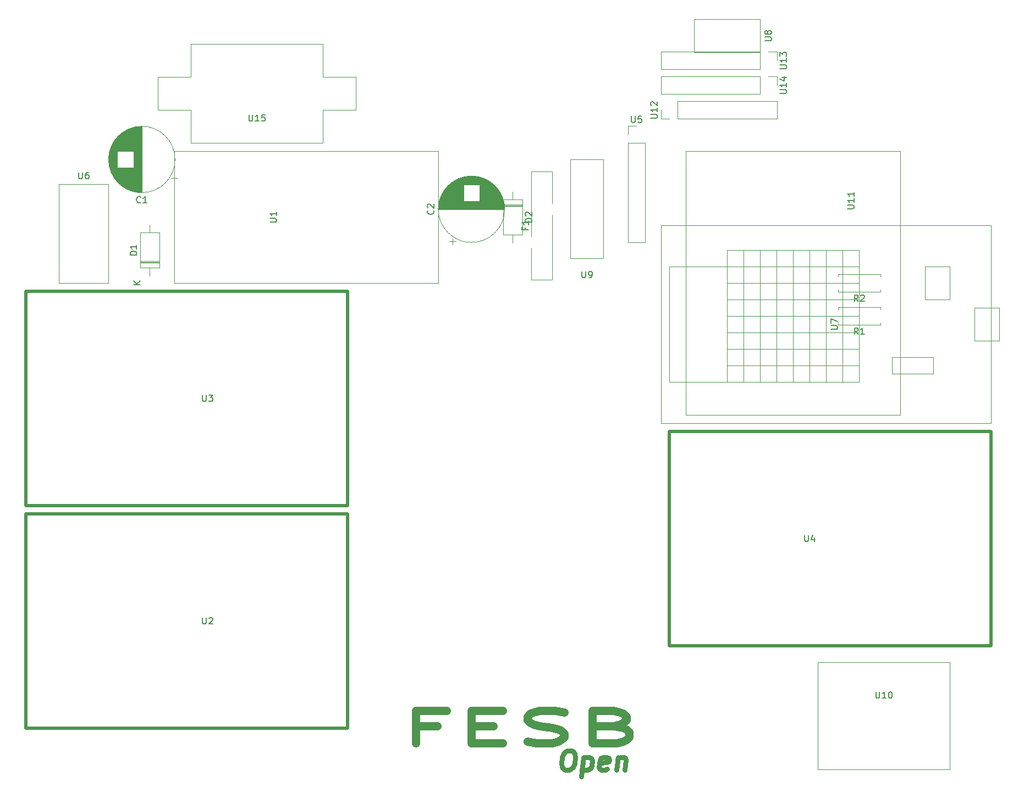
<source format=gbr>
G04 #@! TF.GenerationSoftware,KiCad,Pcbnew,5.1.4-e60b266~84~ubuntu18.04.1*
G04 #@! TF.CreationDate,2019-08-23T00:28:12+02:00*
G04 #@! TF.ProjectId,2020,32303230-2e6b-4696-9361-645f70636258,rev?*
G04 #@! TF.SameCoordinates,Original*
G04 #@! TF.FileFunction,Legend,Top*
G04 #@! TF.FilePolarity,Positive*
%FSLAX46Y46*%
G04 Gerber Fmt 4.6, Leading zero omitted, Abs format (unit mm)*
G04 Created by KiCad (PCBNEW 5.1.4-e60b266~84~ubuntu18.04.1) date 2019-08-23 00:28:12*
%MOMM*%
%LPD*%
G04 APERTURE LIST*
%ADD10C,0.750000*%
%ADD11C,1.250000*%
%ADD12C,0.120000*%
%ADD13C,0.500000*%
%ADD14C,0.150000*%
G04 APERTURE END LIST*
D10*
X106254955Y-129167142D02*
X106826383Y-129167142D01*
X107094241Y-129310000D01*
X107344241Y-129595714D01*
X107415669Y-130167142D01*
X107290669Y-131167142D01*
X107076383Y-131738571D01*
X106754955Y-132024285D01*
X106451383Y-132167142D01*
X105879955Y-132167142D01*
X105612098Y-132024285D01*
X105362098Y-131738571D01*
X105290669Y-131167142D01*
X105415669Y-130167142D01*
X105629955Y-129595714D01*
X105951383Y-129310000D01*
X106254955Y-129167142D01*
X108701383Y-130167142D02*
X108326383Y-133167142D01*
X108683526Y-130310000D02*
X108987098Y-130167142D01*
X109558526Y-130167142D01*
X109826383Y-130310000D01*
X109951383Y-130452857D01*
X110058526Y-130738571D01*
X109951383Y-131595714D01*
X109772812Y-131881428D01*
X109612098Y-132024285D01*
X109308526Y-132167142D01*
X108737098Y-132167142D01*
X108469241Y-132024285D01*
X112326383Y-132024285D02*
X112022812Y-132167142D01*
X111451383Y-132167142D01*
X111183526Y-132024285D01*
X111076383Y-131738571D01*
X111219241Y-130595714D01*
X111397812Y-130310000D01*
X111701383Y-130167142D01*
X112272812Y-130167142D01*
X112540669Y-130310000D01*
X112647812Y-130595714D01*
X112612098Y-130881428D01*
X111147812Y-131167142D01*
X113987098Y-130167142D02*
X113737098Y-132167142D01*
X113951383Y-130452857D02*
X114112098Y-130310000D01*
X114415669Y-130167142D01*
X114844241Y-130167142D01*
X115112098Y-130310000D01*
X115219241Y-130595714D01*
X115022812Y-132167142D01*
D11*
X86202857Y-125372857D02*
X82869523Y-125372857D01*
X82869523Y-127991904D02*
X82869523Y-122991904D01*
X87631428Y-122991904D01*
X91440952Y-125372857D02*
X94774285Y-125372857D01*
X96202857Y-127991904D02*
X91440952Y-127991904D01*
X91440952Y-122991904D01*
X96202857Y-122991904D01*
X100012380Y-127753809D02*
X101440952Y-127991904D01*
X103821904Y-127991904D01*
X104774285Y-127753809D01*
X105250476Y-127515714D01*
X105726666Y-127039523D01*
X105726666Y-126563333D01*
X105250476Y-126087142D01*
X104774285Y-125849047D01*
X103821904Y-125610952D01*
X101917142Y-125372857D01*
X100964761Y-125134761D01*
X100488571Y-124896666D01*
X100012380Y-124420476D01*
X100012380Y-123944285D01*
X100488571Y-123468095D01*
X100964761Y-123230000D01*
X101917142Y-122991904D01*
X104298095Y-122991904D01*
X105726666Y-123230000D01*
X113345714Y-125372857D02*
X114774285Y-125610952D01*
X115250476Y-125849047D01*
X115726666Y-126325238D01*
X115726666Y-127039523D01*
X115250476Y-127515714D01*
X114774285Y-127753809D01*
X113821904Y-127991904D01*
X110012380Y-127991904D01*
X110012380Y-122991904D01*
X113345714Y-122991904D01*
X114298095Y-123230000D01*
X114774285Y-123468095D01*
X115250476Y-123944285D01*
X115250476Y-124420476D01*
X114774285Y-124896666D01*
X114298095Y-125134761D01*
X113345714Y-125372857D01*
X110012380Y-125372857D01*
D12*
X165100000Y-132080000D02*
X165100000Y-115570000D01*
X163830000Y-132080000D02*
X165100000Y-132080000D01*
X144780000Y-132080000D02*
X163830000Y-132080000D01*
X144780000Y-115570000D02*
X144780000Y-132080000D01*
X165100000Y-115570000D02*
X144780000Y-115570000D01*
X120590000Y-31810000D02*
X120590000Y-30480000D01*
X121920000Y-31810000D02*
X120590000Y-31810000D01*
X123190000Y-31810000D02*
X123190000Y-29150000D01*
X123190000Y-29150000D02*
X138490000Y-29150000D01*
X123190000Y-31810000D02*
X138490000Y-31810000D01*
X138490000Y-31810000D02*
X138490000Y-29150000D01*
D13*
X22860000Y-92710000D02*
X22860000Y-125730000D01*
X22860000Y-125730000D02*
X71120000Y-125730000D01*
X71120000Y-125730000D02*
X72390000Y-125730000D01*
X72390000Y-125730000D02*
X72390000Y-92710000D01*
X72390000Y-92710000D02*
X22860000Y-92710000D01*
D12*
X45659646Y-41475000D02*
X45659646Y-40475000D01*
X46159646Y-40975000D02*
X45159646Y-40975000D01*
X35599000Y-38699000D02*
X35599000Y-37501000D01*
X35639000Y-38962000D02*
X35639000Y-37238000D01*
X35679000Y-39162000D02*
X35679000Y-37038000D01*
X35719000Y-39330000D02*
X35719000Y-36870000D01*
X35759000Y-39478000D02*
X35759000Y-36722000D01*
X35799000Y-39610000D02*
X35799000Y-36590000D01*
X35839000Y-39730000D02*
X35839000Y-36470000D01*
X35879000Y-39842000D02*
X35879000Y-36358000D01*
X35919000Y-39946000D02*
X35919000Y-36254000D01*
X35959000Y-40044000D02*
X35959000Y-36156000D01*
X35999000Y-40137000D02*
X35999000Y-36063000D01*
X36039000Y-40225000D02*
X36039000Y-35975000D01*
X36079000Y-40309000D02*
X36079000Y-35891000D01*
X36119000Y-40389000D02*
X36119000Y-35811000D01*
X36159000Y-40465000D02*
X36159000Y-35735000D01*
X36199000Y-40539000D02*
X36199000Y-35661000D01*
X36239000Y-40610000D02*
X36239000Y-35590000D01*
X36279000Y-40679000D02*
X36279000Y-35521000D01*
X36319000Y-40745000D02*
X36319000Y-35455000D01*
X36359000Y-40809000D02*
X36359000Y-35391000D01*
X36399000Y-40870000D02*
X36399000Y-35330000D01*
X36439000Y-40930000D02*
X36439000Y-35270000D01*
X36479000Y-40989000D02*
X36479000Y-35211000D01*
X36519000Y-41045000D02*
X36519000Y-35155000D01*
X36559000Y-41100000D02*
X36559000Y-35100000D01*
X36599000Y-41154000D02*
X36599000Y-35046000D01*
X36639000Y-41206000D02*
X36639000Y-34994000D01*
X36679000Y-41256000D02*
X36679000Y-34944000D01*
X36719000Y-41306000D02*
X36719000Y-34894000D01*
X36759000Y-41354000D02*
X36759000Y-34846000D01*
X36799000Y-41401000D02*
X36799000Y-34799000D01*
X36839000Y-41447000D02*
X36839000Y-34753000D01*
X36879000Y-41492000D02*
X36879000Y-34708000D01*
X36919000Y-41536000D02*
X36919000Y-34664000D01*
X36959000Y-36859000D02*
X36959000Y-34622000D01*
X36959000Y-41578000D02*
X36959000Y-39341000D01*
X36999000Y-36859000D02*
X36999000Y-34580000D01*
X36999000Y-41620000D02*
X36999000Y-39341000D01*
X37039000Y-36859000D02*
X37039000Y-34539000D01*
X37039000Y-41661000D02*
X37039000Y-39341000D01*
X37079000Y-36859000D02*
X37079000Y-34499000D01*
X37079000Y-41701000D02*
X37079000Y-39341000D01*
X37119000Y-36859000D02*
X37119000Y-34460000D01*
X37119000Y-41740000D02*
X37119000Y-39341000D01*
X37159000Y-36859000D02*
X37159000Y-34421000D01*
X37159000Y-41779000D02*
X37159000Y-39341000D01*
X37199000Y-36859000D02*
X37199000Y-34384000D01*
X37199000Y-41816000D02*
X37199000Y-39341000D01*
X37239000Y-36859000D02*
X37239000Y-34347000D01*
X37239000Y-41853000D02*
X37239000Y-39341000D01*
X37279000Y-36859000D02*
X37279000Y-34311000D01*
X37279000Y-41889000D02*
X37279000Y-39341000D01*
X37319000Y-36859000D02*
X37319000Y-34276000D01*
X37319000Y-41924000D02*
X37319000Y-39341000D01*
X37359000Y-36859000D02*
X37359000Y-34242000D01*
X37359000Y-41958000D02*
X37359000Y-39341000D01*
X37399000Y-36859000D02*
X37399000Y-34208000D01*
X37399000Y-41992000D02*
X37399000Y-39341000D01*
X37439000Y-36859000D02*
X37439000Y-34175000D01*
X37439000Y-42025000D02*
X37439000Y-39341000D01*
X37479000Y-36859000D02*
X37479000Y-34143000D01*
X37479000Y-42057000D02*
X37479000Y-39341000D01*
X37519000Y-36859000D02*
X37519000Y-34111000D01*
X37519000Y-42089000D02*
X37519000Y-39341000D01*
X37559000Y-36859000D02*
X37559000Y-34080000D01*
X37559000Y-42120000D02*
X37559000Y-39341000D01*
X37599000Y-36859000D02*
X37599000Y-34050000D01*
X37599000Y-42150000D02*
X37599000Y-39341000D01*
X37639000Y-36859000D02*
X37639000Y-34020000D01*
X37639000Y-42180000D02*
X37639000Y-39341000D01*
X37679000Y-36859000D02*
X37679000Y-33990000D01*
X37679000Y-42210000D02*
X37679000Y-39341000D01*
X37719000Y-36859000D02*
X37719000Y-33962000D01*
X37719000Y-42238000D02*
X37719000Y-39341000D01*
X37759000Y-36859000D02*
X37759000Y-33934000D01*
X37759000Y-42266000D02*
X37759000Y-39341000D01*
X37799000Y-36859000D02*
X37799000Y-33906000D01*
X37799000Y-42294000D02*
X37799000Y-39341000D01*
X37839000Y-36859000D02*
X37839000Y-33879000D01*
X37839000Y-42321000D02*
X37839000Y-39341000D01*
X37879000Y-36859000D02*
X37879000Y-33853000D01*
X37879000Y-42347000D02*
X37879000Y-39341000D01*
X37919000Y-36859000D02*
X37919000Y-33827000D01*
X37919000Y-42373000D02*
X37919000Y-39341000D01*
X37959000Y-36859000D02*
X37959000Y-33802000D01*
X37959000Y-42398000D02*
X37959000Y-39341000D01*
X37999000Y-36859000D02*
X37999000Y-33777000D01*
X37999000Y-42423000D02*
X37999000Y-39341000D01*
X38039000Y-36859000D02*
X38039000Y-33753000D01*
X38039000Y-42447000D02*
X38039000Y-39341000D01*
X38079000Y-36859000D02*
X38079000Y-33729000D01*
X38079000Y-42471000D02*
X38079000Y-39341000D01*
X38119000Y-36859000D02*
X38119000Y-33705000D01*
X38119000Y-42495000D02*
X38119000Y-39341000D01*
X38159000Y-36859000D02*
X38159000Y-33683000D01*
X38159000Y-42517000D02*
X38159000Y-39341000D01*
X38199000Y-36859000D02*
X38199000Y-33660000D01*
X38199000Y-42540000D02*
X38199000Y-39341000D01*
X38239000Y-36859000D02*
X38239000Y-33638000D01*
X38239000Y-42562000D02*
X38239000Y-39341000D01*
X38279000Y-36859000D02*
X38279000Y-33617000D01*
X38279000Y-42583000D02*
X38279000Y-39341000D01*
X38319000Y-36859000D02*
X38319000Y-33596000D01*
X38319000Y-42604000D02*
X38319000Y-39341000D01*
X38359000Y-36859000D02*
X38359000Y-33575000D01*
X38359000Y-42625000D02*
X38359000Y-39341000D01*
X38399000Y-36859000D02*
X38399000Y-33555000D01*
X38399000Y-42645000D02*
X38399000Y-39341000D01*
X38439000Y-36859000D02*
X38439000Y-33536000D01*
X38439000Y-42664000D02*
X38439000Y-39341000D01*
X38479000Y-36859000D02*
X38479000Y-33516000D01*
X38479000Y-42684000D02*
X38479000Y-39341000D01*
X38519000Y-36859000D02*
X38519000Y-33497000D01*
X38519000Y-42703000D02*
X38519000Y-39341000D01*
X38559000Y-36859000D02*
X38559000Y-33479000D01*
X38559000Y-42721000D02*
X38559000Y-39341000D01*
X38599000Y-36859000D02*
X38599000Y-33461000D01*
X38599000Y-42739000D02*
X38599000Y-39341000D01*
X38639000Y-36859000D02*
X38639000Y-33443000D01*
X38639000Y-42757000D02*
X38639000Y-39341000D01*
X38679000Y-36859000D02*
X38679000Y-33426000D01*
X38679000Y-42774000D02*
X38679000Y-39341000D01*
X38719000Y-36859000D02*
X38719000Y-33410000D01*
X38719000Y-42790000D02*
X38719000Y-39341000D01*
X38759000Y-36859000D02*
X38759000Y-33393000D01*
X38759000Y-42807000D02*
X38759000Y-39341000D01*
X38799000Y-36859000D02*
X38799000Y-33377000D01*
X38799000Y-42823000D02*
X38799000Y-39341000D01*
X38839000Y-36859000D02*
X38839000Y-33362000D01*
X38839000Y-42838000D02*
X38839000Y-39341000D01*
X38879000Y-36859000D02*
X38879000Y-33346000D01*
X38879000Y-42854000D02*
X38879000Y-39341000D01*
X38919000Y-36859000D02*
X38919000Y-33332000D01*
X38919000Y-42868000D02*
X38919000Y-39341000D01*
X38959000Y-36859000D02*
X38959000Y-33317000D01*
X38959000Y-42883000D02*
X38959000Y-39341000D01*
X38999000Y-36859000D02*
X38999000Y-33303000D01*
X38999000Y-42897000D02*
X38999000Y-39341000D01*
X39039000Y-36859000D02*
X39039000Y-33289000D01*
X39039000Y-42911000D02*
X39039000Y-39341000D01*
X39079000Y-36859000D02*
X39079000Y-33276000D01*
X39079000Y-42924000D02*
X39079000Y-39341000D01*
X39119000Y-36859000D02*
X39119000Y-33263000D01*
X39119000Y-42937000D02*
X39119000Y-39341000D01*
X39159000Y-36859000D02*
X39159000Y-33250000D01*
X39159000Y-42950000D02*
X39159000Y-39341000D01*
X39199000Y-36859000D02*
X39199000Y-33238000D01*
X39199000Y-42962000D02*
X39199000Y-39341000D01*
X39239000Y-36859000D02*
X39239000Y-33226000D01*
X39239000Y-42974000D02*
X39239000Y-39341000D01*
X39279000Y-36859000D02*
X39279000Y-33215000D01*
X39279000Y-42985000D02*
X39279000Y-39341000D01*
X39319000Y-36859000D02*
X39319000Y-33203000D01*
X39319000Y-42997000D02*
X39319000Y-39341000D01*
X39359000Y-36859000D02*
X39359000Y-33193000D01*
X39359000Y-43007000D02*
X39359000Y-39341000D01*
X39399000Y-36859000D02*
X39399000Y-33182000D01*
X39399000Y-43018000D02*
X39399000Y-39341000D01*
X39439000Y-43028000D02*
X39439000Y-33172000D01*
X39479000Y-43038000D02*
X39479000Y-33162000D01*
X39519000Y-43047000D02*
X39519000Y-33153000D01*
X39559000Y-43056000D02*
X39559000Y-33144000D01*
X39599000Y-43065000D02*
X39599000Y-33135000D01*
X39639000Y-43074000D02*
X39639000Y-33126000D01*
X39679000Y-43082000D02*
X39679000Y-33118000D01*
X39719000Y-43090000D02*
X39719000Y-33110000D01*
X39759000Y-43097000D02*
X39759000Y-33103000D01*
X39799000Y-43104000D02*
X39799000Y-33096000D01*
X39839000Y-43111000D02*
X39839000Y-33089000D01*
X39879000Y-43118000D02*
X39879000Y-33082000D01*
X39919000Y-43124000D02*
X39919000Y-33076000D01*
X39959000Y-43130000D02*
X39959000Y-33070000D01*
X40000000Y-43135000D02*
X40000000Y-33065000D01*
X40040000Y-43140000D02*
X40040000Y-33060000D01*
X40080000Y-43145000D02*
X40080000Y-33055000D01*
X40120000Y-43150000D02*
X40120000Y-33050000D01*
X40160000Y-43154000D02*
X40160000Y-33046000D01*
X40200000Y-43158000D02*
X40200000Y-33042000D01*
X40240000Y-43162000D02*
X40240000Y-33038000D01*
X40280000Y-43165000D02*
X40280000Y-33035000D01*
X40320000Y-43168000D02*
X40320000Y-33032000D01*
X40360000Y-43170000D02*
X40360000Y-33030000D01*
X40400000Y-43173000D02*
X40400000Y-33027000D01*
X40440000Y-43175000D02*
X40440000Y-33025000D01*
X40480000Y-43177000D02*
X40480000Y-33023000D01*
X40520000Y-43178000D02*
X40520000Y-33022000D01*
X40560000Y-43179000D02*
X40560000Y-33021000D01*
X40600000Y-43180000D02*
X40600000Y-33020000D01*
X40640000Y-43180000D02*
X40640000Y-33020000D01*
X40680000Y-43180000D02*
X40680000Y-33020000D01*
X45800000Y-38100000D02*
G75*
G03X45800000Y-38100000I-5120000J0D01*
G01*
X88065000Y-50739646D02*
X89065000Y-50739646D01*
X88565000Y-51239646D02*
X88565000Y-50239646D01*
X90841000Y-40679000D02*
X92039000Y-40679000D01*
X90578000Y-40719000D02*
X92302000Y-40719000D01*
X90378000Y-40759000D02*
X92502000Y-40759000D01*
X90210000Y-40799000D02*
X92670000Y-40799000D01*
X90062000Y-40839000D02*
X92818000Y-40839000D01*
X89930000Y-40879000D02*
X92950000Y-40879000D01*
X89810000Y-40919000D02*
X93070000Y-40919000D01*
X89698000Y-40959000D02*
X93182000Y-40959000D01*
X89594000Y-40999000D02*
X93286000Y-40999000D01*
X89496000Y-41039000D02*
X93384000Y-41039000D01*
X89403000Y-41079000D02*
X93477000Y-41079000D01*
X89315000Y-41119000D02*
X93565000Y-41119000D01*
X89231000Y-41159000D02*
X93649000Y-41159000D01*
X89151000Y-41199000D02*
X93729000Y-41199000D01*
X89075000Y-41239000D02*
X93805000Y-41239000D01*
X89001000Y-41279000D02*
X93879000Y-41279000D01*
X88930000Y-41319000D02*
X93950000Y-41319000D01*
X88861000Y-41359000D02*
X94019000Y-41359000D01*
X88795000Y-41399000D02*
X94085000Y-41399000D01*
X88731000Y-41439000D02*
X94149000Y-41439000D01*
X88670000Y-41479000D02*
X94210000Y-41479000D01*
X88610000Y-41519000D02*
X94270000Y-41519000D01*
X88551000Y-41559000D02*
X94329000Y-41559000D01*
X88495000Y-41599000D02*
X94385000Y-41599000D01*
X88440000Y-41639000D02*
X94440000Y-41639000D01*
X88386000Y-41679000D02*
X94494000Y-41679000D01*
X88334000Y-41719000D02*
X94546000Y-41719000D01*
X88284000Y-41759000D02*
X94596000Y-41759000D01*
X88234000Y-41799000D02*
X94646000Y-41799000D01*
X88186000Y-41839000D02*
X94694000Y-41839000D01*
X88139000Y-41879000D02*
X94741000Y-41879000D01*
X88093000Y-41919000D02*
X94787000Y-41919000D01*
X88048000Y-41959000D02*
X94832000Y-41959000D01*
X88004000Y-41999000D02*
X94876000Y-41999000D01*
X92681000Y-42039000D02*
X94918000Y-42039000D01*
X87962000Y-42039000D02*
X90199000Y-42039000D01*
X92681000Y-42079000D02*
X94960000Y-42079000D01*
X87920000Y-42079000D02*
X90199000Y-42079000D01*
X92681000Y-42119000D02*
X95001000Y-42119000D01*
X87879000Y-42119000D02*
X90199000Y-42119000D01*
X92681000Y-42159000D02*
X95041000Y-42159000D01*
X87839000Y-42159000D02*
X90199000Y-42159000D01*
X92681000Y-42199000D02*
X95080000Y-42199000D01*
X87800000Y-42199000D02*
X90199000Y-42199000D01*
X92681000Y-42239000D02*
X95119000Y-42239000D01*
X87761000Y-42239000D02*
X90199000Y-42239000D01*
X92681000Y-42279000D02*
X95156000Y-42279000D01*
X87724000Y-42279000D02*
X90199000Y-42279000D01*
X92681000Y-42319000D02*
X95193000Y-42319000D01*
X87687000Y-42319000D02*
X90199000Y-42319000D01*
X92681000Y-42359000D02*
X95229000Y-42359000D01*
X87651000Y-42359000D02*
X90199000Y-42359000D01*
X92681000Y-42399000D02*
X95264000Y-42399000D01*
X87616000Y-42399000D02*
X90199000Y-42399000D01*
X92681000Y-42439000D02*
X95298000Y-42439000D01*
X87582000Y-42439000D02*
X90199000Y-42439000D01*
X92681000Y-42479000D02*
X95332000Y-42479000D01*
X87548000Y-42479000D02*
X90199000Y-42479000D01*
X92681000Y-42519000D02*
X95365000Y-42519000D01*
X87515000Y-42519000D02*
X90199000Y-42519000D01*
X92681000Y-42559000D02*
X95397000Y-42559000D01*
X87483000Y-42559000D02*
X90199000Y-42559000D01*
X92681000Y-42599000D02*
X95429000Y-42599000D01*
X87451000Y-42599000D02*
X90199000Y-42599000D01*
X92681000Y-42639000D02*
X95460000Y-42639000D01*
X87420000Y-42639000D02*
X90199000Y-42639000D01*
X92681000Y-42679000D02*
X95490000Y-42679000D01*
X87390000Y-42679000D02*
X90199000Y-42679000D01*
X92681000Y-42719000D02*
X95520000Y-42719000D01*
X87360000Y-42719000D02*
X90199000Y-42719000D01*
X92681000Y-42759000D02*
X95550000Y-42759000D01*
X87330000Y-42759000D02*
X90199000Y-42759000D01*
X92681000Y-42799000D02*
X95578000Y-42799000D01*
X87302000Y-42799000D02*
X90199000Y-42799000D01*
X92681000Y-42839000D02*
X95606000Y-42839000D01*
X87274000Y-42839000D02*
X90199000Y-42839000D01*
X92681000Y-42879000D02*
X95634000Y-42879000D01*
X87246000Y-42879000D02*
X90199000Y-42879000D01*
X92681000Y-42919000D02*
X95661000Y-42919000D01*
X87219000Y-42919000D02*
X90199000Y-42919000D01*
X92681000Y-42959000D02*
X95687000Y-42959000D01*
X87193000Y-42959000D02*
X90199000Y-42959000D01*
X92681000Y-42999000D02*
X95713000Y-42999000D01*
X87167000Y-42999000D02*
X90199000Y-42999000D01*
X92681000Y-43039000D02*
X95738000Y-43039000D01*
X87142000Y-43039000D02*
X90199000Y-43039000D01*
X92681000Y-43079000D02*
X95763000Y-43079000D01*
X87117000Y-43079000D02*
X90199000Y-43079000D01*
X92681000Y-43119000D02*
X95787000Y-43119000D01*
X87093000Y-43119000D02*
X90199000Y-43119000D01*
X92681000Y-43159000D02*
X95811000Y-43159000D01*
X87069000Y-43159000D02*
X90199000Y-43159000D01*
X92681000Y-43199000D02*
X95835000Y-43199000D01*
X87045000Y-43199000D02*
X90199000Y-43199000D01*
X92681000Y-43239000D02*
X95857000Y-43239000D01*
X87023000Y-43239000D02*
X90199000Y-43239000D01*
X92681000Y-43279000D02*
X95880000Y-43279000D01*
X87000000Y-43279000D02*
X90199000Y-43279000D01*
X92681000Y-43319000D02*
X95902000Y-43319000D01*
X86978000Y-43319000D02*
X90199000Y-43319000D01*
X92681000Y-43359000D02*
X95923000Y-43359000D01*
X86957000Y-43359000D02*
X90199000Y-43359000D01*
X92681000Y-43399000D02*
X95944000Y-43399000D01*
X86936000Y-43399000D02*
X90199000Y-43399000D01*
X92681000Y-43439000D02*
X95965000Y-43439000D01*
X86915000Y-43439000D02*
X90199000Y-43439000D01*
X92681000Y-43479000D02*
X95985000Y-43479000D01*
X86895000Y-43479000D02*
X90199000Y-43479000D01*
X92681000Y-43519000D02*
X96004000Y-43519000D01*
X86876000Y-43519000D02*
X90199000Y-43519000D01*
X92681000Y-43559000D02*
X96024000Y-43559000D01*
X86856000Y-43559000D02*
X90199000Y-43559000D01*
X92681000Y-43599000D02*
X96043000Y-43599000D01*
X86837000Y-43599000D02*
X90199000Y-43599000D01*
X92681000Y-43639000D02*
X96061000Y-43639000D01*
X86819000Y-43639000D02*
X90199000Y-43639000D01*
X92681000Y-43679000D02*
X96079000Y-43679000D01*
X86801000Y-43679000D02*
X90199000Y-43679000D01*
X92681000Y-43719000D02*
X96097000Y-43719000D01*
X86783000Y-43719000D02*
X90199000Y-43719000D01*
X92681000Y-43759000D02*
X96114000Y-43759000D01*
X86766000Y-43759000D02*
X90199000Y-43759000D01*
X92681000Y-43799000D02*
X96130000Y-43799000D01*
X86750000Y-43799000D02*
X90199000Y-43799000D01*
X92681000Y-43839000D02*
X96147000Y-43839000D01*
X86733000Y-43839000D02*
X90199000Y-43839000D01*
X92681000Y-43879000D02*
X96163000Y-43879000D01*
X86717000Y-43879000D02*
X90199000Y-43879000D01*
X92681000Y-43919000D02*
X96178000Y-43919000D01*
X86702000Y-43919000D02*
X90199000Y-43919000D01*
X92681000Y-43959000D02*
X96194000Y-43959000D01*
X86686000Y-43959000D02*
X90199000Y-43959000D01*
X92681000Y-43999000D02*
X96208000Y-43999000D01*
X86672000Y-43999000D02*
X90199000Y-43999000D01*
X92681000Y-44039000D02*
X96223000Y-44039000D01*
X86657000Y-44039000D02*
X90199000Y-44039000D01*
X92681000Y-44079000D02*
X96237000Y-44079000D01*
X86643000Y-44079000D02*
X90199000Y-44079000D01*
X92681000Y-44119000D02*
X96251000Y-44119000D01*
X86629000Y-44119000D02*
X90199000Y-44119000D01*
X92681000Y-44159000D02*
X96264000Y-44159000D01*
X86616000Y-44159000D02*
X90199000Y-44159000D01*
X92681000Y-44199000D02*
X96277000Y-44199000D01*
X86603000Y-44199000D02*
X90199000Y-44199000D01*
X92681000Y-44239000D02*
X96290000Y-44239000D01*
X86590000Y-44239000D02*
X90199000Y-44239000D01*
X92681000Y-44279000D02*
X96302000Y-44279000D01*
X86578000Y-44279000D02*
X90199000Y-44279000D01*
X92681000Y-44319000D02*
X96314000Y-44319000D01*
X86566000Y-44319000D02*
X90199000Y-44319000D01*
X92681000Y-44359000D02*
X96325000Y-44359000D01*
X86555000Y-44359000D02*
X90199000Y-44359000D01*
X92681000Y-44399000D02*
X96337000Y-44399000D01*
X86543000Y-44399000D02*
X90199000Y-44399000D01*
X92681000Y-44439000D02*
X96347000Y-44439000D01*
X86533000Y-44439000D02*
X90199000Y-44439000D01*
X92681000Y-44479000D02*
X96358000Y-44479000D01*
X86522000Y-44479000D02*
X90199000Y-44479000D01*
X86512000Y-44519000D02*
X96368000Y-44519000D01*
X86502000Y-44559000D02*
X96378000Y-44559000D01*
X86493000Y-44599000D02*
X96387000Y-44599000D01*
X86484000Y-44639000D02*
X96396000Y-44639000D01*
X86475000Y-44679000D02*
X96405000Y-44679000D01*
X86466000Y-44719000D02*
X96414000Y-44719000D01*
X86458000Y-44759000D02*
X96422000Y-44759000D01*
X86450000Y-44799000D02*
X96430000Y-44799000D01*
X86443000Y-44839000D02*
X96437000Y-44839000D01*
X86436000Y-44879000D02*
X96444000Y-44879000D01*
X86429000Y-44919000D02*
X96451000Y-44919000D01*
X86422000Y-44959000D02*
X96458000Y-44959000D01*
X86416000Y-44999000D02*
X96464000Y-44999000D01*
X86410000Y-45039000D02*
X96470000Y-45039000D01*
X86405000Y-45080000D02*
X96475000Y-45080000D01*
X86400000Y-45120000D02*
X96480000Y-45120000D01*
X86395000Y-45160000D02*
X96485000Y-45160000D01*
X86390000Y-45200000D02*
X96490000Y-45200000D01*
X86386000Y-45240000D02*
X96494000Y-45240000D01*
X86382000Y-45280000D02*
X96498000Y-45280000D01*
X86378000Y-45320000D02*
X96502000Y-45320000D01*
X86375000Y-45360000D02*
X96505000Y-45360000D01*
X86372000Y-45400000D02*
X96508000Y-45400000D01*
X86370000Y-45440000D02*
X96510000Y-45440000D01*
X86367000Y-45480000D02*
X96513000Y-45480000D01*
X86365000Y-45520000D02*
X96515000Y-45520000D01*
X86363000Y-45560000D02*
X96517000Y-45560000D01*
X86362000Y-45600000D02*
X96518000Y-45600000D01*
X86361000Y-45640000D02*
X96519000Y-45640000D01*
X86360000Y-45680000D02*
X96520000Y-45680000D01*
X86360000Y-45720000D02*
X96520000Y-45720000D01*
X86360000Y-45760000D02*
X96520000Y-45760000D01*
X96560000Y-45760000D02*
G75*
G03X96560000Y-45760000I-5120000J0D01*
G01*
X40440000Y-54010000D02*
X43380000Y-54010000D01*
X40440000Y-53770000D02*
X43380000Y-53770000D01*
X40440000Y-53890000D02*
X43380000Y-53890000D01*
X41910000Y-48130000D02*
X41910000Y-49350000D01*
X41910000Y-56010000D02*
X41910000Y-54790000D01*
X40440000Y-49350000D02*
X40440000Y-54790000D01*
X43380000Y-49350000D02*
X40440000Y-49350000D01*
X43380000Y-54790000D02*
X43380000Y-49350000D01*
X40440000Y-54790000D02*
X43380000Y-54790000D01*
X99260000Y-45050000D02*
X96320000Y-45050000D01*
X99260000Y-45290000D02*
X96320000Y-45290000D01*
X99260000Y-45170000D02*
X96320000Y-45170000D01*
X97790000Y-50930000D02*
X97790000Y-49710000D01*
X97790000Y-43050000D02*
X97790000Y-44270000D01*
X99260000Y-49710000D02*
X99260000Y-44270000D01*
X96320000Y-49710000D02*
X99260000Y-49710000D01*
X96320000Y-44270000D02*
X96320000Y-49710000D01*
X99260000Y-44270000D02*
X96320000Y-44270000D01*
X100670000Y-39920000D02*
X103870000Y-39920000D01*
X100670000Y-56620000D02*
X103870000Y-56620000D01*
X103870000Y-44841000D02*
X103870000Y-39920000D01*
X103870000Y-56620000D02*
X103870000Y-46598000D01*
X100670000Y-49941000D02*
X100670000Y-39920000D01*
X100670000Y-56620000D02*
X100670000Y-51699000D01*
X147860000Y-60860000D02*
X147860000Y-61190000D01*
X154400000Y-60860000D02*
X147860000Y-60860000D01*
X154400000Y-61190000D02*
X154400000Y-60860000D01*
X147860000Y-63600000D02*
X147860000Y-63270000D01*
X154400000Y-63600000D02*
X147860000Y-63600000D01*
X154400000Y-63270000D02*
X154400000Y-63600000D01*
X147860000Y-55780000D02*
X147860000Y-56110000D01*
X154400000Y-55780000D02*
X147860000Y-55780000D01*
X154400000Y-56110000D02*
X154400000Y-55780000D01*
X147860000Y-58520000D02*
X147860000Y-58190000D01*
X154400000Y-58520000D02*
X147860000Y-58520000D01*
X154400000Y-58190000D02*
X154400000Y-58520000D01*
X86360000Y-36830000D02*
X45720000Y-36830000D01*
X86360000Y-57150000D02*
X86360000Y-36830000D01*
X45720000Y-57150000D02*
X86360000Y-57150000D01*
X45720000Y-36830000D02*
X45720000Y-57150000D01*
X115510000Y-32960000D02*
X116840000Y-32960000D01*
X115510000Y-34290000D02*
X115510000Y-32960000D01*
X115510000Y-35560000D02*
X118170000Y-35560000D01*
X118170000Y-35560000D02*
X118170000Y-50860000D01*
X115510000Y-35560000D02*
X115510000Y-50860000D01*
X115510000Y-50860000D02*
X118170000Y-50860000D01*
X35560000Y-41910000D02*
X27940000Y-41910000D01*
X35560000Y-57150000D02*
X35560000Y-41910000D01*
X27940000Y-57150000D02*
X35560000Y-57150000D01*
X27940000Y-41910000D02*
X27940000Y-57150000D01*
X171450000Y-48260000D02*
X171450000Y-78740000D01*
X171450000Y-78740000D02*
X120650000Y-78740000D01*
X120650000Y-78740000D02*
X120650000Y-48260000D01*
X120650000Y-48260000D02*
X171450000Y-48260000D01*
X172720000Y-60960000D02*
X168910000Y-60960000D01*
X168910000Y-60960000D02*
X168910000Y-66040000D01*
X168910000Y-66040000D02*
X172720000Y-66040000D01*
X172720000Y-66040000D02*
X172720000Y-60960000D01*
X172720000Y-60960000D02*
X172720000Y-64770000D01*
X140970000Y-54610000D02*
X121920000Y-54610000D01*
X121920000Y-54610000D02*
X121920000Y-72390000D01*
X121920000Y-72390000D02*
X140970000Y-72390000D01*
X140970000Y-72390000D02*
X140970000Y-54610000D01*
X165100000Y-54610000D02*
X161290000Y-54610000D01*
X161290000Y-54610000D02*
X161290000Y-59690000D01*
X161290000Y-59690000D02*
X165100000Y-59690000D01*
X165100000Y-59690000D02*
X165100000Y-54610000D01*
X162560000Y-68580000D02*
X156210000Y-68580000D01*
X156210000Y-68580000D02*
X156210000Y-71120000D01*
X156210000Y-71120000D02*
X162560000Y-71120000D01*
X162560000Y-71120000D02*
X162560000Y-68580000D01*
X133350000Y-72390000D02*
X133350000Y-52070000D01*
X135890000Y-52070000D02*
X135890000Y-72390000D01*
X138430000Y-72390000D02*
X138430000Y-52070000D01*
X140970000Y-52070000D02*
X140970000Y-72390000D01*
X143510000Y-72390000D02*
X143510000Y-52070000D01*
X146050000Y-52070000D02*
X146050000Y-72390000D01*
X148590000Y-72390000D02*
X148590000Y-52070000D01*
X130810000Y-54610000D02*
X151130000Y-54610000D01*
X130810000Y-57150000D02*
X151130000Y-57150000D01*
X130810000Y-59690000D02*
X151130000Y-59690000D01*
X130810000Y-62230000D02*
X151130000Y-62230000D01*
X130810000Y-64770000D02*
X151130000Y-64770000D01*
X130810000Y-67310000D02*
X151130000Y-67310000D01*
X130810000Y-69850000D02*
X151130000Y-69850000D01*
X130810000Y-52070000D02*
X130810000Y-72390000D01*
X151130000Y-52070000D02*
X130810000Y-52070000D01*
X151130000Y-72390000D02*
X151130000Y-52070000D01*
X130810000Y-72390000D02*
X151130000Y-72390000D01*
X124460000Y-36830000D02*
X125730000Y-36830000D01*
X124460000Y-77470000D02*
X124460000Y-36830000D01*
X125730000Y-77470000D02*
X124460000Y-77470000D01*
X157480000Y-36830000D02*
X125730000Y-36830000D01*
X157480000Y-77470000D02*
X157480000Y-36830000D01*
X125730000Y-77470000D02*
X157480000Y-77470000D01*
X138490000Y-21530000D02*
X138490000Y-22860000D01*
X137160000Y-21530000D02*
X138490000Y-21530000D01*
X135890000Y-21530000D02*
X135890000Y-24190000D01*
X135890000Y-24190000D02*
X120590000Y-24190000D01*
X135890000Y-21530000D02*
X120590000Y-21530000D01*
X120590000Y-21530000D02*
X120590000Y-24190000D01*
X138490000Y-25340000D02*
X138490000Y-26670000D01*
X137160000Y-25340000D02*
X138490000Y-25340000D01*
X135890000Y-25340000D02*
X135890000Y-28000000D01*
X135890000Y-28000000D02*
X120590000Y-28000000D01*
X135890000Y-25340000D02*
X120590000Y-25340000D01*
X120590000Y-25340000D02*
X120590000Y-28000000D01*
X43180000Y-25400000D02*
X43180000Y-30480000D01*
X43180000Y-30480000D02*
X48260000Y-30480000D01*
X48260000Y-30480000D02*
X48260000Y-35560000D01*
X48260000Y-35560000D02*
X68580000Y-35560000D01*
X68580000Y-35560000D02*
X68580000Y-30480000D01*
X73660000Y-29210000D02*
X73660000Y-25400000D01*
X73660000Y-25400000D02*
X68580000Y-25400000D01*
X68580000Y-25400000D02*
X68580000Y-21590000D01*
X68580000Y-21590000D02*
X68580000Y-20320000D01*
X68580000Y-20320000D02*
X48260000Y-20320000D01*
X48260000Y-20320000D02*
X48260000Y-25400000D01*
X48260000Y-25400000D02*
X43180000Y-25400000D01*
X73660000Y-29210000D02*
X73660000Y-30480000D01*
X73660000Y-30480000D02*
X68580000Y-30480000D01*
D13*
X22860000Y-58420000D02*
X22860000Y-91440000D01*
X22860000Y-91440000D02*
X71120000Y-91440000D01*
X71120000Y-91440000D02*
X72390000Y-91440000D01*
X72390000Y-91440000D02*
X72390000Y-58420000D01*
X72390000Y-58420000D02*
X22860000Y-58420000D01*
X171450000Y-113030000D02*
X171450000Y-80010000D01*
X171450000Y-80010000D02*
X123190000Y-80010000D01*
X123190000Y-80010000D02*
X121920000Y-80010000D01*
X121920000Y-80010000D02*
X121920000Y-113030000D01*
X121920000Y-113030000D02*
X171450000Y-113030000D01*
D12*
X125730000Y-21590000D02*
X135890000Y-21590000D01*
X135890000Y-21590000D02*
X135890000Y-16510000D01*
X135890000Y-16510000D02*
X125730000Y-16510000D01*
X125730000Y-16510000D02*
X125730000Y-21590000D01*
X111760000Y-53340000D02*
X111760000Y-48260000D01*
X106680000Y-53340000D02*
X111760000Y-53340000D01*
X106680000Y-48260000D02*
X106680000Y-53340000D01*
X111760000Y-38100000D02*
X106680000Y-38100000D01*
X111760000Y-48260000D02*
X111760000Y-38100000D01*
X106680000Y-38100000D02*
X106680000Y-48260000D01*
D14*
X153701904Y-120102380D02*
X153701904Y-120911904D01*
X153749523Y-121007142D01*
X153797142Y-121054761D01*
X153892380Y-121102380D01*
X154082857Y-121102380D01*
X154178095Y-121054761D01*
X154225714Y-121007142D01*
X154273333Y-120911904D01*
X154273333Y-120102380D01*
X155273333Y-121102380D02*
X154701904Y-121102380D01*
X154987619Y-121102380D02*
X154987619Y-120102380D01*
X154892380Y-120245238D01*
X154797142Y-120340476D01*
X154701904Y-120388095D01*
X155892380Y-120102380D02*
X155987619Y-120102380D01*
X156082857Y-120150000D01*
X156130476Y-120197619D01*
X156178095Y-120292857D01*
X156225714Y-120483333D01*
X156225714Y-120721428D01*
X156178095Y-120911904D01*
X156130476Y-121007142D01*
X156082857Y-121054761D01*
X155987619Y-121102380D01*
X155892380Y-121102380D01*
X155797142Y-121054761D01*
X155749523Y-121007142D01*
X155701904Y-120911904D01*
X155654285Y-120721428D01*
X155654285Y-120483333D01*
X155701904Y-120292857D01*
X155749523Y-120197619D01*
X155797142Y-120150000D01*
X155892380Y-120102380D01*
X119042380Y-31718095D02*
X119851904Y-31718095D01*
X119947142Y-31670476D01*
X119994761Y-31622857D01*
X120042380Y-31527619D01*
X120042380Y-31337142D01*
X119994761Y-31241904D01*
X119947142Y-31194285D01*
X119851904Y-31146666D01*
X119042380Y-31146666D01*
X120042380Y-30146666D02*
X120042380Y-30718095D01*
X120042380Y-30432380D02*
X119042380Y-30432380D01*
X119185238Y-30527619D01*
X119280476Y-30622857D01*
X119328095Y-30718095D01*
X119137619Y-29765714D02*
X119090000Y-29718095D01*
X119042380Y-29622857D01*
X119042380Y-29384761D01*
X119090000Y-29289523D01*
X119137619Y-29241904D01*
X119232857Y-29194285D01*
X119328095Y-29194285D01*
X119470952Y-29241904D01*
X120042380Y-29813333D01*
X120042380Y-29194285D01*
X50038095Y-108672380D02*
X50038095Y-109481904D01*
X50085714Y-109577142D01*
X50133333Y-109624761D01*
X50228571Y-109672380D01*
X50419047Y-109672380D01*
X50514285Y-109624761D01*
X50561904Y-109577142D01*
X50609523Y-109481904D01*
X50609523Y-108672380D01*
X51038095Y-108767619D02*
X51085714Y-108720000D01*
X51180952Y-108672380D01*
X51419047Y-108672380D01*
X51514285Y-108720000D01*
X51561904Y-108767619D01*
X51609523Y-108862857D01*
X51609523Y-108958095D01*
X51561904Y-109100952D01*
X50990476Y-109672380D01*
X51609523Y-109672380D01*
X40513333Y-44707142D02*
X40465714Y-44754761D01*
X40322857Y-44802380D01*
X40227619Y-44802380D01*
X40084761Y-44754761D01*
X39989523Y-44659523D01*
X39941904Y-44564285D01*
X39894285Y-44373809D01*
X39894285Y-44230952D01*
X39941904Y-44040476D01*
X39989523Y-43945238D01*
X40084761Y-43850000D01*
X40227619Y-43802380D01*
X40322857Y-43802380D01*
X40465714Y-43850000D01*
X40513333Y-43897619D01*
X41465714Y-44802380D02*
X40894285Y-44802380D01*
X41180000Y-44802380D02*
X41180000Y-43802380D01*
X41084761Y-43945238D01*
X40989523Y-44040476D01*
X40894285Y-44088095D01*
X85547142Y-45926666D02*
X85594761Y-45974285D01*
X85642380Y-46117142D01*
X85642380Y-46212380D01*
X85594761Y-46355238D01*
X85499523Y-46450476D01*
X85404285Y-46498095D01*
X85213809Y-46545714D01*
X85070952Y-46545714D01*
X84880476Y-46498095D01*
X84785238Y-46450476D01*
X84690000Y-46355238D01*
X84642380Y-46212380D01*
X84642380Y-46117142D01*
X84690000Y-45974285D01*
X84737619Y-45926666D01*
X84737619Y-45545714D02*
X84690000Y-45498095D01*
X84642380Y-45402857D01*
X84642380Y-45164761D01*
X84690000Y-45069523D01*
X84737619Y-45021904D01*
X84832857Y-44974285D01*
X84928095Y-44974285D01*
X85070952Y-45021904D01*
X85642380Y-45593333D01*
X85642380Y-44974285D01*
X39892380Y-52808095D02*
X38892380Y-52808095D01*
X38892380Y-52570000D01*
X38940000Y-52427142D01*
X39035238Y-52331904D01*
X39130476Y-52284285D01*
X39320952Y-52236666D01*
X39463809Y-52236666D01*
X39654285Y-52284285D01*
X39749523Y-52331904D01*
X39844761Y-52427142D01*
X39892380Y-52570000D01*
X39892380Y-52808095D01*
X39892380Y-51284285D02*
X39892380Y-51855714D01*
X39892380Y-51570000D02*
X38892380Y-51570000D01*
X39035238Y-51665238D01*
X39130476Y-51760476D01*
X39178095Y-51855714D01*
X40462380Y-57411904D02*
X39462380Y-57411904D01*
X40462380Y-56840476D02*
X39890952Y-57269047D01*
X39462380Y-56840476D02*
X40033809Y-57411904D01*
X100712380Y-47728095D02*
X99712380Y-47728095D01*
X99712380Y-47490000D01*
X99760000Y-47347142D01*
X99855238Y-47251904D01*
X99950476Y-47204285D01*
X100140952Y-47156666D01*
X100283809Y-47156666D01*
X100474285Y-47204285D01*
X100569523Y-47251904D01*
X100664761Y-47347142D01*
X100712380Y-47490000D01*
X100712380Y-47728095D01*
X99807619Y-46775714D02*
X99760000Y-46728095D01*
X99712380Y-46632857D01*
X99712380Y-46394761D01*
X99760000Y-46299523D01*
X99807619Y-46251904D01*
X99902857Y-46204285D01*
X99998095Y-46204285D01*
X100140952Y-46251904D01*
X100712380Y-46823333D01*
X100712380Y-46204285D01*
X99698571Y-48603333D02*
X99698571Y-48936666D01*
X100222380Y-48936666D02*
X99222380Y-48936666D01*
X99222380Y-48460476D01*
X100222380Y-47555714D02*
X100222380Y-48127142D01*
X100222380Y-47841428D02*
X99222380Y-47841428D01*
X99365238Y-47936666D01*
X99460476Y-48031904D01*
X99508095Y-48127142D01*
X150963333Y-65052380D02*
X150630000Y-64576190D01*
X150391904Y-65052380D02*
X150391904Y-64052380D01*
X150772857Y-64052380D01*
X150868095Y-64100000D01*
X150915714Y-64147619D01*
X150963333Y-64242857D01*
X150963333Y-64385714D01*
X150915714Y-64480952D01*
X150868095Y-64528571D01*
X150772857Y-64576190D01*
X150391904Y-64576190D01*
X151915714Y-65052380D02*
X151344285Y-65052380D01*
X151630000Y-65052380D02*
X151630000Y-64052380D01*
X151534761Y-64195238D01*
X151439523Y-64290476D01*
X151344285Y-64338095D01*
X150963333Y-59972380D02*
X150630000Y-59496190D01*
X150391904Y-59972380D02*
X150391904Y-58972380D01*
X150772857Y-58972380D01*
X150868095Y-59020000D01*
X150915714Y-59067619D01*
X150963333Y-59162857D01*
X150963333Y-59305714D01*
X150915714Y-59400952D01*
X150868095Y-59448571D01*
X150772857Y-59496190D01*
X150391904Y-59496190D01*
X151344285Y-59067619D02*
X151391904Y-59020000D01*
X151487142Y-58972380D01*
X151725238Y-58972380D01*
X151820476Y-59020000D01*
X151868095Y-59067619D01*
X151915714Y-59162857D01*
X151915714Y-59258095D01*
X151868095Y-59400952D01*
X151296666Y-59972380D01*
X151915714Y-59972380D01*
X60412380Y-47751904D02*
X61221904Y-47751904D01*
X61317142Y-47704285D01*
X61364761Y-47656666D01*
X61412380Y-47561428D01*
X61412380Y-47370952D01*
X61364761Y-47275714D01*
X61317142Y-47228095D01*
X61221904Y-47180476D01*
X60412380Y-47180476D01*
X61412380Y-46180476D02*
X61412380Y-46751904D01*
X61412380Y-46466190D02*
X60412380Y-46466190D01*
X60555238Y-46561428D01*
X60650476Y-46656666D01*
X60698095Y-46751904D01*
X116078095Y-31412380D02*
X116078095Y-32221904D01*
X116125714Y-32317142D01*
X116173333Y-32364761D01*
X116268571Y-32412380D01*
X116459047Y-32412380D01*
X116554285Y-32364761D01*
X116601904Y-32317142D01*
X116649523Y-32221904D01*
X116649523Y-31412380D01*
X117601904Y-31412380D02*
X117125714Y-31412380D01*
X117078095Y-31888571D01*
X117125714Y-31840952D01*
X117220952Y-31793333D01*
X117459047Y-31793333D01*
X117554285Y-31840952D01*
X117601904Y-31888571D01*
X117649523Y-31983809D01*
X117649523Y-32221904D01*
X117601904Y-32317142D01*
X117554285Y-32364761D01*
X117459047Y-32412380D01*
X117220952Y-32412380D01*
X117125714Y-32364761D01*
X117078095Y-32317142D01*
X30988095Y-40092380D02*
X30988095Y-40901904D01*
X31035714Y-40997142D01*
X31083333Y-41044761D01*
X31178571Y-41092380D01*
X31369047Y-41092380D01*
X31464285Y-41044761D01*
X31511904Y-40997142D01*
X31559523Y-40901904D01*
X31559523Y-40092380D01*
X32464285Y-40092380D02*
X32273809Y-40092380D01*
X32178571Y-40140000D01*
X32130952Y-40187619D01*
X32035714Y-40330476D01*
X31988095Y-40520952D01*
X31988095Y-40901904D01*
X32035714Y-40997142D01*
X32083333Y-41044761D01*
X32178571Y-41092380D01*
X32369047Y-41092380D01*
X32464285Y-41044761D01*
X32511904Y-40997142D01*
X32559523Y-40901904D01*
X32559523Y-40663809D01*
X32511904Y-40568571D01*
X32464285Y-40520952D01*
X32369047Y-40473333D01*
X32178571Y-40473333D01*
X32083333Y-40520952D01*
X32035714Y-40568571D01*
X31988095Y-40663809D01*
X146772380Y-64261904D02*
X147581904Y-64261904D01*
X147677142Y-64214285D01*
X147724761Y-64166666D01*
X147772380Y-64071428D01*
X147772380Y-63880952D01*
X147724761Y-63785714D01*
X147677142Y-63738095D01*
X147581904Y-63690476D01*
X146772380Y-63690476D01*
X146772380Y-63309523D02*
X146772380Y-62642857D01*
X147772380Y-63071428D01*
X149312380Y-45688095D02*
X150121904Y-45688095D01*
X150217142Y-45640476D01*
X150264761Y-45592857D01*
X150312380Y-45497619D01*
X150312380Y-45307142D01*
X150264761Y-45211904D01*
X150217142Y-45164285D01*
X150121904Y-45116666D01*
X149312380Y-45116666D01*
X150312380Y-44116666D02*
X150312380Y-44688095D01*
X150312380Y-44402380D02*
X149312380Y-44402380D01*
X149455238Y-44497619D01*
X149550476Y-44592857D01*
X149598095Y-44688095D01*
X150312380Y-43164285D02*
X150312380Y-43735714D01*
X150312380Y-43450000D02*
X149312380Y-43450000D01*
X149455238Y-43545238D01*
X149550476Y-43640476D01*
X149598095Y-43735714D01*
X138942380Y-24098095D02*
X139751904Y-24098095D01*
X139847142Y-24050476D01*
X139894761Y-24002857D01*
X139942380Y-23907619D01*
X139942380Y-23717142D01*
X139894761Y-23621904D01*
X139847142Y-23574285D01*
X139751904Y-23526666D01*
X138942380Y-23526666D01*
X139942380Y-22526666D02*
X139942380Y-23098095D01*
X139942380Y-22812380D02*
X138942380Y-22812380D01*
X139085238Y-22907619D01*
X139180476Y-23002857D01*
X139228095Y-23098095D01*
X138942380Y-22193333D02*
X138942380Y-21574285D01*
X139323333Y-21907619D01*
X139323333Y-21764761D01*
X139370952Y-21669523D01*
X139418571Y-21621904D01*
X139513809Y-21574285D01*
X139751904Y-21574285D01*
X139847142Y-21621904D01*
X139894761Y-21669523D01*
X139942380Y-21764761D01*
X139942380Y-22050476D01*
X139894761Y-22145714D01*
X139847142Y-22193333D01*
X138942380Y-27908095D02*
X139751904Y-27908095D01*
X139847142Y-27860476D01*
X139894761Y-27812857D01*
X139942380Y-27717619D01*
X139942380Y-27527142D01*
X139894761Y-27431904D01*
X139847142Y-27384285D01*
X139751904Y-27336666D01*
X138942380Y-27336666D01*
X139942380Y-26336666D02*
X139942380Y-26908095D01*
X139942380Y-26622380D02*
X138942380Y-26622380D01*
X139085238Y-26717619D01*
X139180476Y-26812857D01*
X139228095Y-26908095D01*
X139275714Y-25479523D02*
X139942380Y-25479523D01*
X138894761Y-25717619D02*
X139609047Y-25955714D01*
X139609047Y-25336666D01*
X57181904Y-31202380D02*
X57181904Y-32011904D01*
X57229523Y-32107142D01*
X57277142Y-32154761D01*
X57372380Y-32202380D01*
X57562857Y-32202380D01*
X57658095Y-32154761D01*
X57705714Y-32107142D01*
X57753333Y-32011904D01*
X57753333Y-31202380D01*
X58753333Y-32202380D02*
X58181904Y-32202380D01*
X58467619Y-32202380D02*
X58467619Y-31202380D01*
X58372380Y-31345238D01*
X58277142Y-31440476D01*
X58181904Y-31488095D01*
X59658095Y-31202380D02*
X59181904Y-31202380D01*
X59134285Y-31678571D01*
X59181904Y-31630952D01*
X59277142Y-31583333D01*
X59515238Y-31583333D01*
X59610476Y-31630952D01*
X59658095Y-31678571D01*
X59705714Y-31773809D01*
X59705714Y-32011904D01*
X59658095Y-32107142D01*
X59610476Y-32154761D01*
X59515238Y-32202380D01*
X59277142Y-32202380D01*
X59181904Y-32154761D01*
X59134285Y-32107142D01*
X50038095Y-74382380D02*
X50038095Y-75191904D01*
X50085714Y-75287142D01*
X50133333Y-75334761D01*
X50228571Y-75382380D01*
X50419047Y-75382380D01*
X50514285Y-75334761D01*
X50561904Y-75287142D01*
X50609523Y-75191904D01*
X50609523Y-74382380D01*
X50990476Y-74382380D02*
X51609523Y-74382380D01*
X51276190Y-74763333D01*
X51419047Y-74763333D01*
X51514285Y-74810952D01*
X51561904Y-74858571D01*
X51609523Y-74953809D01*
X51609523Y-75191904D01*
X51561904Y-75287142D01*
X51514285Y-75334761D01*
X51419047Y-75382380D01*
X51133333Y-75382380D01*
X51038095Y-75334761D01*
X50990476Y-75287142D01*
X142748095Y-95972380D02*
X142748095Y-96781904D01*
X142795714Y-96877142D01*
X142843333Y-96924761D01*
X142938571Y-96972380D01*
X143129047Y-96972380D01*
X143224285Y-96924761D01*
X143271904Y-96877142D01*
X143319523Y-96781904D01*
X143319523Y-95972380D01*
X144224285Y-96305714D02*
X144224285Y-96972380D01*
X143986190Y-95924761D02*
X143748095Y-96639047D01*
X144367142Y-96639047D01*
X136612380Y-19811904D02*
X137421904Y-19811904D01*
X137517142Y-19764285D01*
X137564761Y-19716666D01*
X137612380Y-19621428D01*
X137612380Y-19430952D01*
X137564761Y-19335714D01*
X137517142Y-19288095D01*
X137421904Y-19240476D01*
X136612380Y-19240476D01*
X137040952Y-18621428D02*
X136993333Y-18716666D01*
X136945714Y-18764285D01*
X136850476Y-18811904D01*
X136802857Y-18811904D01*
X136707619Y-18764285D01*
X136660000Y-18716666D01*
X136612380Y-18621428D01*
X136612380Y-18430952D01*
X136660000Y-18335714D01*
X136707619Y-18288095D01*
X136802857Y-18240476D01*
X136850476Y-18240476D01*
X136945714Y-18288095D01*
X136993333Y-18335714D01*
X137040952Y-18430952D01*
X137040952Y-18621428D01*
X137088571Y-18716666D01*
X137136190Y-18764285D01*
X137231428Y-18811904D01*
X137421904Y-18811904D01*
X137517142Y-18764285D01*
X137564761Y-18716666D01*
X137612380Y-18621428D01*
X137612380Y-18430952D01*
X137564761Y-18335714D01*
X137517142Y-18288095D01*
X137421904Y-18240476D01*
X137231428Y-18240476D01*
X137136190Y-18288095D01*
X137088571Y-18335714D01*
X137040952Y-18430952D01*
X108458095Y-55332380D02*
X108458095Y-56141904D01*
X108505714Y-56237142D01*
X108553333Y-56284761D01*
X108648571Y-56332380D01*
X108839047Y-56332380D01*
X108934285Y-56284761D01*
X108981904Y-56237142D01*
X109029523Y-56141904D01*
X109029523Y-55332380D01*
X109553333Y-56332380D02*
X109743809Y-56332380D01*
X109839047Y-56284761D01*
X109886666Y-56237142D01*
X109981904Y-56094285D01*
X110029523Y-55903809D01*
X110029523Y-55522857D01*
X109981904Y-55427619D01*
X109934285Y-55380000D01*
X109839047Y-55332380D01*
X109648571Y-55332380D01*
X109553333Y-55380000D01*
X109505714Y-55427619D01*
X109458095Y-55522857D01*
X109458095Y-55760952D01*
X109505714Y-55856190D01*
X109553333Y-55903809D01*
X109648571Y-55951428D01*
X109839047Y-55951428D01*
X109934285Y-55903809D01*
X109981904Y-55856190D01*
X110029523Y-55760952D01*
M02*

</source>
